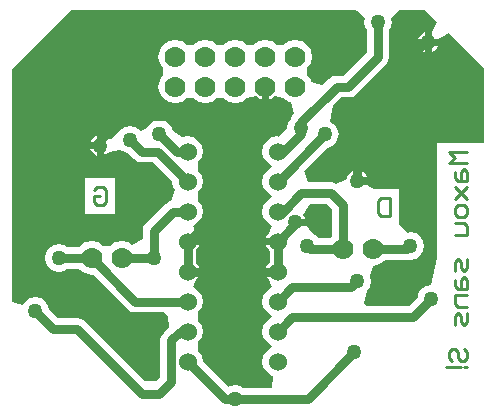
<source format=gbl>
%FSLAX24Y24*%
%MOIN*%
G70*
G01*
G75*
G04 Layer_Physical_Order=2*
G04 Layer_Color=16711680*
%ADD10R,0.0600X0.0600*%
%ADD11R,0.0400X0.0500*%
%ADD12R,0.0870X0.0866*%
%ADD13C,0.0315*%
%ADD14C,0.0100*%
%ADD15C,0.0700*%
%ADD16C,0.0600*%
%ADD17C,0.0500*%
G36*
X21429Y38298D02*
X21606Y38081D01*
X21588Y37992D01*
X21623Y37817D01*
X21683Y37728D01*
Y36962D01*
X20912Y36191D01*
X20669D01*
X20530Y36164D01*
X20471Y36124D01*
X20412Y36084D01*
X20197Y35870D01*
X19821Y35985D01*
X19809Y36041D01*
X19688Y36223D01*
Y36430D01*
X19809Y36612D01*
X19852Y36827D01*
X19809Y37041D01*
X19688Y37223D01*
X19506Y37345D01*
X19291Y37388D01*
X19077Y37345D01*
X18895Y37223D01*
X18688D01*
X18506Y37345D01*
X18291Y37388D01*
X18077Y37345D01*
X17895Y37223D01*
X17688D01*
X17506Y37345D01*
X17291Y37388D01*
X17077Y37345D01*
X16895Y37223D01*
X16688D01*
X16506Y37345D01*
X16291Y37388D01*
X16077Y37345D01*
X15895Y37223D01*
X15688D01*
X15506Y37345D01*
X15291Y37388D01*
X15077Y37345D01*
X14895Y37223D01*
X14773Y37041D01*
X14731Y36827D01*
X14773Y36612D01*
X14895Y36430D01*
Y36223D01*
X14773Y36041D01*
X14731Y35827D01*
X14773Y35612D01*
X14895Y35430D01*
X15077Y35309D01*
X15291Y35266D01*
X15506Y35309D01*
X15688Y35430D01*
X15895D01*
X16077Y35309D01*
X16291Y35266D01*
X16506Y35309D01*
X16688Y35430D01*
X16895D01*
X17077Y35309D01*
X17291Y35266D01*
X17506Y35309D01*
X17688Y35430D01*
D01*
X17967Y35502D01*
X17967Y35502D01*
Y35502D01*
X18116Y35403D01*
X18171Y35392D01*
Y35827D01*
X18411D01*
Y35392D01*
X18467Y35403D01*
X18616Y35502D01*
X18616Y35502D01*
Y35502D01*
X18895Y35430D01*
D01*
X19077Y35309D01*
X19133Y35297D01*
X19248Y34921D01*
X19230Y34903D01*
X19151Y34785D01*
X19143Y34742D01*
X19064Y34624D01*
X19029Y34449D01*
X19031Y34439D01*
X18753Y34161D01*
X18701Y34171D01*
X18506Y34132D01*
X18340Y34022D01*
X18230Y33857D01*
X18191Y33661D01*
X18230Y33466D01*
X18340Y33301D01*
X18506Y33190D01*
X18506Y33190D01*
X18340Y33022D01*
X18340Y33022D01*
X18340D01*
X18230Y32857D01*
X18191Y32661D01*
X18230Y32466D01*
X18340Y32301D01*
X18506Y32190D01*
X18506Y32190D01*
X18340Y32022D01*
X18340Y32022D01*
X18340D01*
X18230Y31857D01*
X18191Y31661D01*
X18230Y31466D01*
X18340Y31301D01*
X18506Y31190D01*
X18506Y31190D01*
X18412Y30950D01*
X18412Y30950D01*
X18412D01*
X18324Y30817D01*
X18317Y30781D01*
X18701D01*
Y30541D01*
X18317D01*
X18324Y30505D01*
X18412Y30373D01*
X18434Y30358D01*
Y29965D01*
X18412Y29950D01*
X18324Y29817D01*
X18317Y29781D01*
X18701D01*
Y29541D01*
X18317D01*
X18324Y29505D01*
X18412Y29373D01*
X18412Y29373D01*
X18412D01*
X18506Y29132D01*
X18340Y29022D01*
X18230Y28857D01*
X18191Y28661D01*
X18230Y28466D01*
X18340Y28301D01*
X18506Y28190D01*
X18506Y28190D01*
X18340Y28022D01*
X18340Y28022D01*
X18340D01*
X18230Y27857D01*
X18191Y27661D01*
X18230Y27466D01*
X18340Y27301D01*
X18506Y27190D01*
X18506Y27190D01*
X18340Y27022D01*
X18340Y27022D01*
X18340D01*
X18230Y26857D01*
X18191Y26661D01*
X18230Y26466D01*
X18340Y26301D01*
X18506Y26190D01*
X18551Y26181D01*
X18512Y25790D01*
X17556D01*
X17467Y25849D01*
X17291Y25884D01*
X17116Y25849D01*
X17063Y25814D01*
X16209Y26668D01*
X16172Y26857D01*
X16061Y27022D01*
X16035Y27274D01*
X16061Y27301D01*
X16061Y27301D01*
X16061D01*
X16172Y27466D01*
X16211Y27661D01*
X16172Y27857D01*
X16061Y28022D01*
X16035Y28274D01*
X16061Y28301D01*
X16061Y28301D01*
X16061D01*
X16172Y28466D01*
X16211Y28661D01*
X16172Y28857D01*
X16061Y29022D01*
X15896Y29132D01*
X15989Y29373D01*
X15989Y29373D01*
X15989D01*
X16078Y29505D01*
X16085Y29541D01*
X15701D01*
Y29781D01*
X16085D01*
X16078Y29817D01*
X15989Y29950D01*
X15967Y29965D01*
Y30358D01*
X15989Y30373D01*
X16078Y30505D01*
X16085Y30541D01*
X15701D01*
Y30781D01*
X16085D01*
X16078Y30817D01*
X15989Y30950D01*
X15989Y30950D01*
X15989D01*
X15896Y31190D01*
Y31190D01*
X16061Y31301D01*
X16172Y31466D01*
X16211Y31661D01*
X16172Y31857D01*
X16061Y32022D01*
X16035Y32274D01*
X16061Y32301D01*
X16061Y32301D01*
X16061D01*
X16172Y32466D01*
X16211Y32661D01*
X16172Y32857D01*
X16061Y33022D01*
X16035Y33274D01*
X16061Y33301D01*
X16061Y33301D01*
X16061D01*
X16172Y33466D01*
X16211Y33661D01*
X16172Y33857D01*
X16061Y34022D01*
X15896Y34132D01*
X15701Y34171D01*
X15529Y34137D01*
X15202Y34356D01*
X15188Y34428D01*
X15088Y34576D01*
X14939Y34676D01*
X14764Y34711D01*
X14588Y34676D01*
X14439Y34576D01*
X14340Y34428D01*
X14154Y34348D01*
X14104Y34380D01*
X14104Y34380D01*
Y34380D01*
X13955Y34479D01*
X13780Y34514D01*
X13604Y34479D01*
X13455Y34380D01*
X13356Y34231D01*
X13145Y34091D01*
X13050Y34110D01*
Y34110D01*
X13048Y34111D01*
X13048Y34111D01*
Y34111D01*
X12932Y34188D01*
X12915Y34191D01*
Y33858D01*
Y33525D01*
X12932Y33529D01*
X13048Y33606D01*
X13076Y33649D01*
X13462Y33726D01*
X13604Y33631D01*
X13709Y33610D01*
X13915Y33404D01*
X13975Y33364D01*
X14034Y33325D01*
X14173Y33297D01*
X14550D01*
X15192Y32654D01*
X15230Y32466D01*
X15292Y32373D01*
X15141Y32009D01*
X15085Y31998D01*
X14967Y31919D01*
X14309Y31262D01*
X14230Y31143D01*
X14202Y31004D01*
Y30728D01*
X13855Y30542D01*
X13715Y30636D01*
X13500Y30679D01*
X13285Y30636D01*
X13103Y30515D01*
X12897D01*
X12715Y30636D01*
X12500Y30679D01*
X12285Y30636D01*
X12103Y30515D01*
X12082Y30483D01*
X11682D01*
X11593Y30542D01*
X11417Y30577D01*
X11242Y30542D01*
X11093Y30443D01*
X10993Y30294D01*
X10959Y30118D01*
X10993Y29943D01*
X11093Y29794D01*
X11242Y29694D01*
X11417Y29659D01*
X11593Y29694D01*
X11682Y29754D01*
X12082D01*
X12103Y29722D01*
X12285Y29600D01*
X12500Y29557D01*
X12538Y29565D01*
X13699Y28404D01*
D01*
X13699D01*
Y28404D01*
D01*
X13699D01*
Y28404D01*
X13699D01*
X13699Y28404D01*
Y28404D01*
X13699Y28404D01*
Y28404D01*
X13817Y28325D01*
X13957Y28297D01*
X14881D01*
X15040Y28191D01*
X15079Y27799D01*
X14900Y27620D01*
X14821Y27502D01*
X14793Y27362D01*
Y26135D01*
X14665Y26008D01*
X14272D01*
X12266Y28014D01*
X12147Y28093D01*
X12008Y28120D01*
X11371D01*
X11075Y28417D01*
X11054Y28522D01*
X10954Y28671D01*
X10805Y28770D01*
X10630Y28805D01*
X10454Y28770D01*
X10305Y28671D01*
X10219Y28542D01*
X9843Y28656D01*
Y36417D01*
X11811Y38386D01*
X21297D01*
X21429Y38298D01*
D02*
G37*
G36*
X20502Y31739D02*
Y30831D01*
X20470Y30810D01*
X20448Y30778D01*
X20048D01*
X20009Y30836D01*
X19861Y30936D01*
X19860Y30936D01*
X19697Y31179D01*
X19291D01*
Y31419D01*
X19624D01*
X19621Y31436D01*
X19544Y31552D01*
X19544Y31552D01*
Y31552D01*
Y31552D01*
X19789Y31919D01*
X20321D01*
X20502Y31739D01*
D02*
G37*
G36*
X24024Y37984D02*
X23911Y37772D01*
D01*
X23840Y37640D01*
Y37423D01*
X24057D01*
X24189Y37494D01*
D01*
X24401Y37607D01*
X25591Y36417D01*
Y33961D01*
X25300D01*
Y33961D01*
X24000D01*
Y30111D01*
X23819Y29199D01*
X23643Y29164D01*
X23494Y29065D01*
X23395Y28916D01*
X23374Y28811D01*
X23077Y28514D01*
X21661D01*
X21595Y28613D01*
X21672Y28999D01*
X21683Y29006D01*
X21782Y29155D01*
X21817Y29331D01*
X21782Y29506D01*
X21866Y29853D01*
D01*
D01*
X22081Y29895D01*
X22263Y30017D01*
X22284Y30049D01*
X23031D01*
X23091Y30061D01*
X23130Y30053D01*
X23305Y30088D01*
X23454Y30187D01*
X23554Y30336D01*
X23589Y30512D01*
X23554Y30687D01*
X23454Y30836D01*
X23305Y30936D01*
X23130Y30971D01*
X23045Y30954D01*
X22741Y31204D01*
Y32396D01*
X21905D01*
X21730Y32512D01*
X21726Y32557D01*
X21358D01*
Y32677D01*
X21238D01*
Y33010D01*
X21222Y33007D01*
X21106Y32929D01*
X21029Y32814D01*
X21015Y32745D01*
X20651Y32594D01*
X20612Y32620D01*
X20472Y32648D01*
X19717D01*
X19567Y33012D01*
X20346Y33791D01*
X20451Y33812D01*
X20600Y33912D01*
X20699Y34061D01*
X20734Y34236D01*
X20699Y34412D01*
X20600Y34561D01*
X20451Y34660D01*
X20559Y35201D01*
X20820Y35462D01*
X21063D01*
X21202Y35490D01*
X21321Y35569D01*
X21321Y35569D01*
X21321Y35569D01*
X22305Y36553D01*
X22384Y36672D01*
X22412Y36811D01*
X22412Y36811D01*
X22412Y36811D01*
Y36811D01*
Y37728D01*
X22471Y37817D01*
X22506Y37992D01*
X22488Y38081D01*
X22666Y38298D01*
X22798Y38386D01*
X23622D01*
X24024Y37984D01*
D02*
G37*
%LPC*%
G36*
X12675Y33738D02*
X12462D01*
X12466Y33722D01*
X12543Y33606D01*
X12659Y33529D01*
X12675Y33525D01*
Y33738D01*
D02*
G37*
G36*
X21478Y33010D02*
Y32797D01*
X21691D01*
X21688Y32814D01*
X21611Y32929D01*
X21495Y33007D01*
X21478Y33010D01*
D02*
G37*
G36*
X13292Y32790D02*
X12292D01*
Y31590D01*
X13292D01*
Y32790D01*
D02*
G37*
G36*
X23600Y37183D02*
X23387D01*
X23391Y37167D01*
X23468Y37051D01*
X23584Y36973D01*
X23600Y36970D01*
Y37183D01*
D02*
G37*
G36*
X24053D02*
X23840D01*
Y36970D01*
X23857Y36973D01*
X23973Y37051D01*
X24050Y37167D01*
X24053Y37183D01*
D02*
G37*
G36*
X12675Y34191D02*
X12659Y34188D01*
X12543Y34111D01*
X12466Y33995D01*
X12462Y33978D01*
X12675D01*
Y34191D01*
D02*
G37*
G36*
X23600Y37636D02*
X23584Y37633D01*
X23468Y37555D01*
X23391Y37440D01*
X23387Y37423D01*
X23600D01*
Y37636D01*
D02*
G37*
%LPD*%
G54D13*
X20669Y35827D02*
X21063D01*
X19488Y34646D02*
X20669Y35827D01*
X19488Y34449D02*
Y34646D01*
X22047Y36811D02*
Y37992D01*
X21063Y35827D02*
X22047Y36811D01*
X23524Y37205D02*
X23720D01*
X21358Y35039D02*
X23524Y37205D01*
X21358Y32677D02*
Y35039D01*
X12500Y30118D02*
X13957Y28661D01*
X15701D01*
X15224Y31661D02*
X15701D01*
X14567Y31004D02*
X15224Y31661D01*
X14567Y30118D02*
Y31004D01*
X13500Y30118D02*
X14567D01*
X11417D02*
X12500D01*
X21161Y29134D02*
X21358Y29331D01*
X19173Y29134D02*
X21161D01*
X18701Y28661D02*
X19173Y29134D01*
X20866Y30413D02*
Y31890D01*
X20472Y32283D02*
X20866Y31890D01*
X19488Y32283D02*
X20472D01*
X18866Y31661D02*
X19488Y32283D01*
X18701Y31661D02*
X18866D01*
X21866Y30413D02*
X23031D01*
X19783D02*
X20866D01*
X23228Y28150D02*
X23819Y28740D01*
X15457Y27661D02*
X15701D01*
X15157Y27362D02*
X15457Y27661D01*
X15157Y25984D02*
Y27362D01*
X14764Y25591D02*
X15157Y25984D01*
X14173Y25591D02*
X14764D01*
X12008Y27756D02*
X14173Y25591D01*
X11220Y27756D02*
X12008D01*
X12795Y33858D02*
Y34055D01*
X13583Y34843D01*
X15748D01*
X16535Y34055D01*
Y31496D02*
Y34055D01*
X15701Y30661D02*
X16535Y31496D01*
X19291Y31252D02*
Y31299D01*
X18701Y30661D02*
X19291Y31252D01*
X15701Y29661D02*
X18701D01*
Y30661D01*
X15701Y29661D02*
Y30661D01*
X19717Y25425D02*
X21260Y26969D01*
X17291Y25425D02*
X19717D01*
X15701Y26661D02*
X16937Y25425D01*
X17291D01*
X15606Y27756D02*
X15701Y27661D01*
X10630Y28346D02*
X11220Y27756D01*
X13780Y34055D02*
X14173Y33661D01*
X14701D01*
X15701Y32661D01*
X15354Y33661D02*
X15701D01*
X14764Y34252D02*
X15354Y33661D01*
X18701Y27661D02*
X19189Y28150D01*
X23228D01*
X18701Y32661D02*
X20276Y34236D01*
X18898Y33661D02*
X19488Y34252D01*
X18701Y33661D02*
X18898D01*
G54D14*
X22441Y32096D02*
Y31496D01*
X22141D01*
X22041Y31596D01*
Y31996D01*
X22141Y32096D01*
X22441D01*
X12592Y32390D02*
X12692Y32490D01*
X12892D01*
X12992Y32390D01*
Y31990D01*
X12892Y31890D01*
X12692D01*
X12592Y31990D01*
Y32190D01*
X12792D01*
X25000Y33661D02*
X24400D01*
X24600Y33461D01*
X24400Y33262D01*
X25000D01*
X24600Y32962D02*
Y32762D01*
X24700Y32662D01*
X25000D01*
Y32962D01*
X24900Y33062D01*
X24800Y32962D01*
Y32662D01*
X24600Y32462D02*
X25000Y32062D01*
X24800Y32262D01*
X24600Y32062D01*
X25000Y32462D01*
Y31762D02*
Y31562D01*
X24900Y31462D01*
X24700D01*
X24600Y31562D01*
Y31762D01*
X24700Y31862D01*
X24900D01*
X25000Y31762D01*
X24600Y31262D02*
X24900D01*
X25000Y31162D01*
Y30862D01*
X24600D01*
X25000Y30063D02*
Y29763D01*
X24900Y29663D01*
X24800Y29763D01*
Y29963D01*
X24700Y30063D01*
X24600Y29963D01*
Y29663D01*
Y29363D02*
Y29163D01*
X24700Y29063D01*
X25000D01*
Y29363D01*
X24900Y29463D01*
X24800Y29363D01*
Y29063D01*
X25000Y28863D02*
X24600D01*
Y28563D01*
X24700Y28463D01*
X25000D01*
Y28263D02*
Y27963D01*
X24900Y27863D01*
X24800Y27963D01*
Y28163D01*
X24700Y28263D01*
X24600Y28163D01*
Y27863D01*
X24500Y26664D02*
X24400Y26764D01*
Y26964D01*
X24500Y27064D01*
X24600D01*
X24700Y26964D01*
Y26764D01*
X24800Y26664D01*
X24900D01*
X25000Y26764D01*
Y26964D01*
X24900Y27064D01*
X24800Y26464D02*
X24300D01*
X24900D02*
X25000D01*
G54D15*
X19291Y36827D02*
D03*
X18291Y35827D02*
D03*
Y36827D02*
D03*
X17291Y35827D02*
D03*
Y36827D02*
D03*
X16291Y35827D02*
D03*
Y36827D02*
D03*
X15291Y35827D02*
D03*
Y36827D02*
D03*
X19291Y35827D02*
D03*
X20866Y30413D02*
D03*
X21866D02*
D03*
X12500Y30118D02*
D03*
X13500D02*
D03*
G54D16*
X18701Y26661D02*
D03*
Y27661D02*
D03*
Y28661D02*
D03*
Y29661D02*
D03*
Y30661D02*
D03*
Y31661D02*
D03*
Y32661D02*
D03*
Y33661D02*
D03*
X15701Y26661D02*
D03*
Y27661D02*
D03*
Y28661D02*
D03*
Y29661D02*
D03*
Y30661D02*
D03*
Y31661D02*
D03*
Y32661D02*
D03*
Y33661D02*
D03*
G54D17*
X22047Y37992D02*
D03*
X23720Y37303D02*
D03*
X21358Y32677D02*
D03*
X11417Y30118D02*
D03*
X14567D02*
D03*
X21358Y29331D02*
D03*
X23130Y30512D02*
D03*
X19685Y30512D02*
D03*
X12795Y33858D02*
D03*
X19291Y31299D02*
D03*
X21260Y26969D02*
D03*
X17291Y25425D02*
D03*
X10630Y28346D02*
D03*
X13780Y34055D02*
D03*
X14764Y34252D02*
D03*
X23819Y28740D02*
D03*
X20276Y34236D02*
D03*
X19488Y34449D02*
D03*
M02*

</source>
